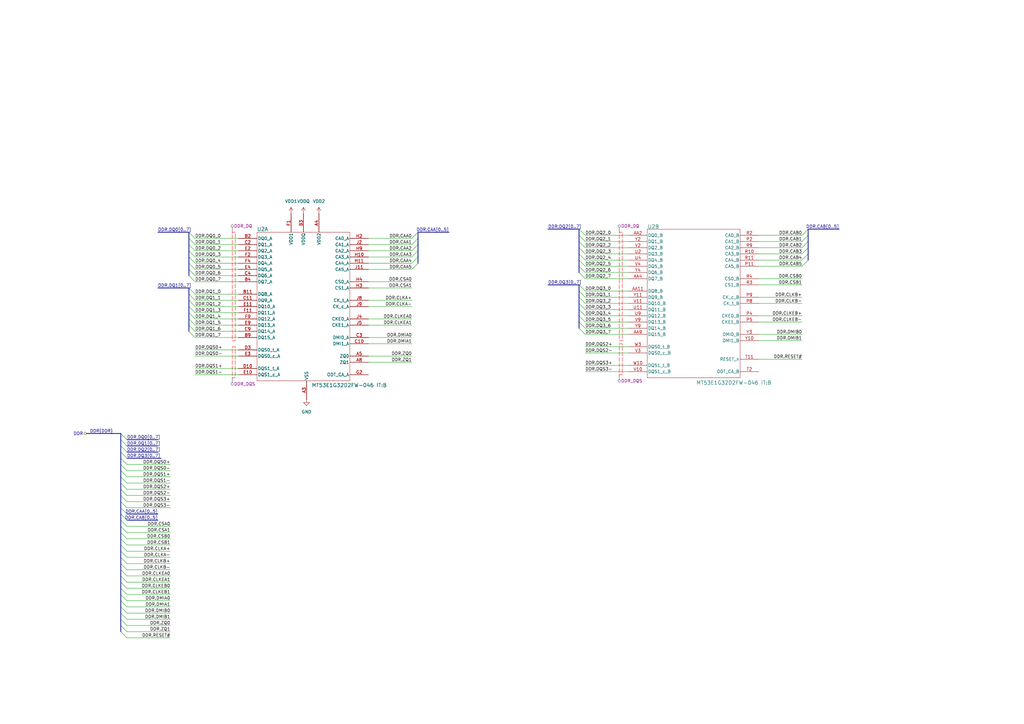
<source format=kicad_sch>
(kicad_sch (version 20250114) (generator "eeschema") (generator_version "9.0")
  (paper "A3")
  (lib_symbols
    (symbol "MT53E1G32D2FW-046-IT-B:MT53E1G32D2FW-046_IT_B" (pin_names (offset 0.254))
      (property "Reference" "U" (at 8.636 9.144 0))
      (property "Value" "MT53E1G32D2FW-046 IT:B" (at 50.038 -55.626 0))
      (symbol "MT53E1G32D2FW-046_IT_B_1_1"
        (polyline (pts (xy 7.62 7.62) (xy 7.62 -53.34)) (stroke (width 0.127)))
        (polyline (pts (xy 7.62 -53.34) (xy 45.72 -53.34)) (stroke (width 0.127)))
        (polyline (pts (xy 45.72 7.62) (xy 7.62 7.62)) (stroke (width 0.127)))
        (polyline (pts (xy 45.72 -53.34) (xy 45.72 7.62)) (stroke (width 0.127)))
        (pin bidirectional line (at 0 5.08 0) (length 7.62) (name "DQ0_A") (number "B2"))
        (pin bidirectional line (at 0 2.54 0) (length 7.62) (name "DQ1_A") (number "C2"))
        (pin bidirectional line (at 0 0 0) (length 7.62) (name "DQ2_A") (number "E2"))
        (pin bidirectional line (at 0 -2.54 0) (length 7.62) (name "DQ3_A") (number "F2"))
        (pin bidirectional line (at 0 -5.08 0) (length 7.62) (name "DQ4_A") (number "F4"))
        (pin bidirectional line (at 0 -7.62 0) (length 7.62) (name "DQ5_A") (number "E4"))
        (pin bidirectional line (at 0 -10.16 0) (length 7.62) (name "DQ6_A") (number "C4"))
        (pin bidirectional line (at 0 -12.7 0) (length 7.62) (name "DQ7_A") (number "B4"))
        (pin bidirectional line (at 0 -17.78 0) (length 7.62) (name "DQ8_A") (number "B11"))
        (pin bidirectional line (at 0 -20.32 0) (length 7.62) (name "DQ9_A") (number "C11"))
        (pin bidirectional line (at 0 -22.86 0) (length 7.62) (name "DQ10_A") (number "E11"))
        (pin bidirectional line (at 0 -25.4 0) (length 7.62) (name "DQ11_A") (number "F11"))
        (pin bidirectional line (at 0 -27.94 0) (length 7.62) (name "DQ12_A") (number "F9"))
        (pin bidirectional line (at 0 -30.48 0) (length 7.62) (name "DQ13_A") (number "E9"))
        (pin bidirectional line (at 0 -33.02 0) (length 7.62) (name "DQ14_A") (number "C9"))
        (pin bidirectional line (at 0 -35.56 0) (length 7.62) (name "DQ15_A") (number "B9"))
        (pin bidirectional line (at 0 -40.64 0) (length 7.62) (name "DQS0_t_A") (number "D3"))
        (pin bidirectional line (at 0 -43.18 0) (length 7.62) (name "DQS0_c_A") (number "E3"))
        (pin bidirectional line (at 0 -48.26 0) (length 7.62) (name "DQS1_t_A") (number "D10"))
        (pin bidirectional line (at 0 -50.8 0) (length 7.62) (name "DQS1_c_A") (number "E10"))
        (pin power_in line (at 21.59 15.24 270) (length 7.62) (name "VDD1") (number "F1"))
        (pin power_in line (at 21.59 15.24 270) (length 7.62) (hide yes) (name "VDD1") (number "F12"))
        (pin power_in line (at 21.59 15.24 270) (length 7.62) (hide yes) (name "VDD1") (number "G4"))
        (pin power_in line (at 21.59 15.24 270) (length 7.62) (hide yes) (name "VDD1") (number "G9"))
        (pin power_in line (at 21.59 15.24 270) (length 7.62) (hide yes) (name "VDD1") (number "T4"))
        (pin power_in line (at 21.59 15.24 270) (length 7.62) (hide yes) (name "VDD1") (number "T9"))
        (pin power_in line (at 21.59 15.24 270) (length 7.62) (hide yes) (name "VDD1") (number "U1"))
        (pin power_in line (at 21.59 15.24 270) (length 7.62) (hide yes) (name "VDD1") (number "U12"))
        (pin power_in line (at 26.67 15.24 270) (length 7.62) (hide yes) (name "VDDQ") (number "AA10"))
        (pin power_in line (at 26.67 15.24 270) (length 7.62) (hide yes) (name "VDDQ") (number "AA3"))
        (pin power_in line (at 26.67 15.24 270) (length 7.62) (hide yes) (name "VDDQ") (number "AA5"))
        (pin power_in line (at 26.67 15.24 270) (length 7.62) (hide yes) (name "VDDQ") (number "AA8"))
        (pin power_in line (at 26.67 15.24 270) (length 7.62) (hide yes) (name "VDDQ") (number "B10"))
        (pin power_in line (at 26.67 15.24 270) (length 7.62) (name "VDDQ") (number "B3"))
        (pin power_in line (at 26.67 15.24 270) (length 7.62) (hide yes) (name "VDDQ") (number "B5"))
        (pin power_in line (at 26.67 15.24 270) (length 7.62) (hide yes) (name "VDDQ") (number "B8"))
        (pin power_in line (at 26.67 15.24 270) (length 7.62) (hide yes) (name "VDDQ") (number "D1"))
        (pin power_in line (at 26.67 15.24 270) (length 7.62) (hide yes) (name "VDDQ") (number "D12"))
        (pin power_in line (at 26.67 15.24 270) (length 7.62) (hide yes) (name "VDDQ") (number "D5"))
        (pin power_in line (at 26.67 15.24 270) (length 7.62) (hide yes) (name "VDDQ") (number "D8"))
        (pin power_in line (at 26.67 15.24 270) (length 7.62) (hide yes) (name "VDDQ") (number "F10"))
        (pin power_in line (at 26.67 15.24 270) (length 7.62) (hide yes) (name "VDDQ") (number "F3"))
        (pin power_in line (at 26.67 15.24 270) (length 7.62) (hide yes) (name "VDDQ") (number "U10"))
        (pin power_in line (at 26.67 15.24 270) (length 7.62) (hide yes) (name "VDDQ") (number "U3"))
        (pin power_in line (at 26.67 15.24 270) (length 7.62) (hide yes) (name "VDDQ") (number "W1"))
        (pin power_in line (at 26.67 15.24 270) (length 7.62) (hide yes) (name "VDDQ") (number "W12"))
        (pin power_in line (at 26.67 15.24 270) (length 7.62) (hide yes) (name "VDDQ") (number "W5"))
        (pin power_in line (at 26.67 15.24 270) (length 7.62) (hide yes) (name "VDDQ") (number "W8"))
        (pin power_out line (at 27.94 -60.96 90) (length 7.62) (hide yes) (name "VSS") (number "A10"))
        (pin power_out line (at 27.94 -60.96 90) (length 7.62) (name "VSS") (number "A3"))
        (pin power_out line (at 27.94 -60.96 90) (length 7.62) (hide yes) (name "VSS") (number "AB10"))
        (pin power_out line (at 27.94 -60.96 90) (length 7.62) (hide yes) (name "VSS") (number "AB3"))
        (pin power_out line (at 27.94 -60.96 90) (length 7.62) (hide yes) (name "VSS") (number "AB5"))
        (pin power_out line (at 27.94 -60.96 90) (length 7.62) (hide yes) (name "VSS") (number "AB8"))
        (pin power_out line (at 27.94 -60.96 90) (length 7.62) (hide yes) (name "VSS") (number "C1"))
        (pin power_out line (at 27.94 -60.96 90) (length 7.62) (hide yes) (name "VSS") (number "C12"))
        (pin power_out line (at 27.94 -60.96 90) (length 7.62) (hide yes) (name "VSS") (number "C5"))
        (pin power_out line (at 27.94 -60.96 90) (length 7.62) (hide yes) (name "VSS") (number "C8"))
        (pin power_out line (at 27.94 -60.96 90) (length 7.62) (hide yes) (name "VSS") (number "D11"))
        (pin power_out line (at 27.94 -60.96 90) (length 7.62) (hide yes) (name "VSS") (number "D2"))
        (pin power_out line (at 27.94 -60.96 90) (length 7.62) (hide yes) (name "VSS") (number "D4"))
        (pin power_out line (at 27.94 -60.96 90) (length 7.62) (hide yes) (name "VSS") (number "D9"))
        (pin power_out line (at 27.94 -60.96 90) (length 7.62) (hide yes) (name "VSS") (number "E1"))
        (pin power_out line (at 27.94 -60.96 90) (length 7.62) (hide yes) (name "VSS") (number "E12"))
        (pin power_out line (at 27.94 -60.96 90) (length 7.62) (hide yes) (name "VSS") (number "E5"))
        (pin power_out line (at 27.94 -60.96 90) (length 7.62) (hide yes) (name "VSS") (number "E8"))
        (pin power_out line (at 27.94 -60.96 90) (length 7.62) (hide yes) (name "VSS") (number "G1"))
        (pin power_out line (at 27.94 -60.96 90) (length 7.62) (hide yes) (name "VSS") (number "G10"))
        (pin power_out line (at 27.94 -60.96 90) (length 7.62) (hide yes) (name "VSS") (number "G12"))
        (pin power_out line (at 27.94 -60.96 90) (length 7.62) (hide yes) (name "VSS") (number "G3"))
        (pin power_out line (at 27.94 -60.96 90) (length 7.62) (hide yes) (name "VSS") (number "G5"))
        (pin power_out line (at 27.94 -60.96 90) (length 7.62) (hide yes) (name "VSS") (number "G8"))
        (pin power_out line (at 27.94 -60.96 90) (length 7.62) (hide yes) (name "VSS") (number "J1"))
        (pin power_out line (at 27.94 -60.96 90) (length 7.62) (hide yes) (name "VSS") (number "J10"))
        (pin power_out line (at 27.94 -60.96 90) (length 7.62) (hide yes) (name "VSS") (number "J12"))
        (pin power_out line (at 27.94 -60.96 90) (length 7.62) (hide yes) (name "VSS") (number "J3"))
        (pin power_out line (at 27.94 -60.96 90) (length 7.62) (hide yes) (name "VSS") (number "K11"))
        (pin power_out line (at 27.94 -60.96 90) (length 7.62) (hide yes) (name "VSS") (number "K2"))
        (pin power_out line (at 27.94 -60.96 90) (length 7.62) (hide yes) (name "VSS") (number "K4"))
        (pin power_out line (at 27.94 -60.96 90) (length 7.62) (hide yes) (name "VSS") (number "K9"))
        (pin power_out line (at 27.94 -60.96 90) (length 7.62) (hide yes) (name "VSS") (number "N11"))
        (pin power_out line (at 27.94 -60.96 90) (length 7.62) (hide yes) (name "VSS") (number "N2"))
        (pin power_out line (at 27.94 -60.96 90) (length 7.62) (hide yes) (name "VSS") (number "N4"))
        (pin power_out line (at 27.94 -60.96 90) (length 7.62) (hide yes) (name "VSS") (number "N9"))
        (pin power_out line (at 27.94 -60.96 90) (length 7.62) (hide yes) (name "VSS") (number "P1"))
        (pin power_out line (at 27.94 -60.96 90) (length 7.62) (hide yes) (name "VSS") (number "P10"))
        (pin power_out line (at 27.94 -60.96 90) (length 7.62) (hide yes) (name "VSS") (number "P12"))
        (pin power_out line (at 27.94 -60.96 90) (length 7.62) (hide yes) (name "VSS") (number "P3"))
        (pin power_out line (at 27.94 -60.96 90) (length 7.62) (hide yes) (name "VSS") (number "T1"))
        (pin power_out line (at 27.94 -60.96 90) (length 7.62) (hide yes) (name "VSS") (number "T10"))
        (pin power_out line (at 27.94 -60.96 90) (length 7.62) (hide yes) (name "VSS") (number "T12"))
        (pin power_out line (at 27.94 -60.96 90) (length 7.62) (hide yes) (name "VSS") (number "T3"))
        (pin power_out line (at 27.94 -60.96 90) (length 7.62) (hide yes) (name "VSS") (number "T5"))
        (pin power_out line (at 27.94 -60.96 90) (length 7.62) (hide yes) (name "VSS") (number "T8"))
        (pin power_out line (at 27.94 -60.96 90) (length 7.62) (hide yes) (name "VSS") (number "V1"))
        (pin power_out line (at 27.94 -60.96 90) (length 7.62) (hide yes) (name "VSS") (number "V12"))
        (pin power_out line (at 27.94 -60.96 90) (length 7.62) (hide yes) (name "VSS") (number "V5"))
        (pin power_out line (at 27.94 -60.96 90) (length 7.62) (hide yes) (name "VSS") (number "V8"))
        (pin power_out line (at 27.94 -60.96 90) (length 7.62) (hide yes) (name "VSS") (number "W11"))
        (pin power_out line (at 27.94 -60.96 90) (length 7.62) (hide yes) (name "VSS") (number "W2"))
        (pin power_out line (at 27.94 -60.96 90) (length 7.62) (hide yes) (name "VSS") (number "W4"))
        (pin power_out line (at 27.94 -60.96 90) (length 7.62) (hide yes) (name "VSS") (number "W9"))
        (pin power_out line (at 27.94 -60.96 90) (length 7.62) (hide yes) (name "VSS") (number "Y1"))
        (pin power_out line (at 27.94 -60.96 90) (length 7.62) (hide yes) (name "VSS") (number "Y12"))
        (pin power_out line (at 27.94 -60.96 90) (length 7.62) (hide yes) (name "VSS") (number "Y5"))
        (pin power_out line (at 27.94 -60.96 90) (length 7.62) (hide yes) (name "VSS") (number "Y8"))
        (pin no_connect line (at 30.48 -60.96 90) (length 7.62) (hide yes) (name "NC") (number "G11"))
        (pin no_connect line (at 30.48 -60.96 90) (length 7.62) (hide yes) (name "NC") (number "K5"))
        (pin no_connect line (at 30.48 -60.96 90) (length 7.62) (hide yes) (name "NC") (number "K8"))
        (pin no_connect line (at 30.48 -60.96 90) (length 7.62) (hide yes) (name "NC") (number "N5"))
        (pin no_connect line (at 30.48 -60.96 90) (length 7.62) (hide yes) (name "NC") (number "N8"))
        (pin power_in line (at 33.02 15.24 270) (length 7.62) (name "VDD2") (number "A4"))
        (pin power_in line (at 33.02 15.24 270) (length 7.62) (hide yes) (name "VDD2") (number "A9"))
        (pin power_in line (at 33.02 15.24 270) (length 7.62) (hide yes) (name "VDD2") (number "AB4"))
        (pin power_in line (at 33.02 15.24 270) (length 7.62) (hide yes) (name "VDD2") (number "AB9"))
        (pin power_in line (at 33.02 15.24 270) (length 7.62) (hide yes) (name "VDD2") (number "F5"))
        (pin power_in line (at 33.02 15.24 270) (length 7.62) (hide yes) (name "VDD2") (number "F8"))
        (pin power_in line (at 33.02 15.24 270) (length 7.62) (hide yes) (name "VDD2") (number "H1"))
        (pin power_in line (at 33.02 15.24 270) (length 7.62) (hide yes) (name "VDD2") (number "H12"))
        (pin power_in line (at 33.02 15.24 270) (length 7.62) (hide yes) (name "VDD2") (number "H5"))
        (pin power_in line (at 33.02 15.24 270) (length 7.62) (hide yes) (name "VDD2") (number "H8"))
        (pin power_in line (at 33.02 15.24 270) (length 7.62) (hide yes) (name "VDD2") (number "K1"))
        (pin power_in line (at 33.02 15.24 270) (length 7.62) (hide yes) (name "VDD2") (number "K10"))
        (pin power_in line (at 33.02 15.24 270) (length 7.62) (hide yes) (name "VDD2") (number "K12"))
        (pin power_in line (at 33.02 15.24 270) (length 7.62) (hide yes) (name "VDD2") (number "K3"))
        (pin power_in line (at 33.02 15.24 270) (length 7.62) (hide yes) (name "VDD2") (number "N1"))
        (pin power_in line (at 33.02 15.24 270) (length 7.62) (hide yes) (name "VDD2") (number "N10"))
        (pin power_in line (at 33.02 15.24 270) (length 7.62) (hide yes) (name "VDD2") (number "N12"))
        (pin power_in line (at 33.02 15.24 270) (length 7.62) (hide yes) (name "VDD2") (number "N3"))
        (pin power_in line (at 33.02 15.24 270) (length 7.62) (hide yes) (name "VDD2") (number "R1"))
        (pin power_in line (at 33.02 15.24 270) (length 7.62) (hide yes) (name "VDD2") (number "R12"))
        (pin power_in line (at 33.02 15.24 270) (length 7.62) (hide yes) (name "VDD2") (number "R5"))
        (pin power_in line (at 33.02 15.24 270) (length 7.62) (hide yes) (name "VDD2") (number "R8"))
        (pin power_in line (at 33.02 15.24 270) (length 7.62) (hide yes) (name "VDD2") (number "U5"))
        (pin power_in line (at 33.02 15.24 270) (length 7.62) (hide yes) (name "VDD2") (number "U8"))
        (pin no_connect line (at 33.02 -60.96 90) (length 7.62) (hide yes) (name "DNU") (number "A1"))
        (pin no_connect line (at 33.02 -60.96 90) (length 7.62) (hide yes) (name "DNU") (number "A11"))
        (pin no_connect line (at 33.02 -60.96 90) (length 7.62) (hide yes) (name "DNU") (number "A12"))
        (pin no_connect line (at 33.02 -60.96 90) (length 7.62) (hide yes) (name "DNU") (number "A2"))
        (pin no_connect line (at 33.02 -60.96 90) (length 7.62) (hide yes) (name "DNU") (number "AA1"))
        (pin no_connect line (at 33.02 -60.96 90) (length 7.62) (hide yes) (name "DNU") (number "AA12"))
        (pin no_connect line (at 33.02 -60.96 90) (length 7.62) (hide yes) (name "DNU") (number "AB1"))
        (pin no_connect line (at 33.02 -60.96 90) (length 7.62) (hide yes) (name "DNU") (number "AB11"))
        (pin no_connect line (at 33.02 -60.96 90) (length 7.62) (hide yes) (name "DNU") (number "AB12"))
        (pin no_connect line (at 33.02 -60.96 90) (length 7.62) (hide yes) (name "DNU") (number "AB2"))
        (pin no_connect line (at 33.02 -60.96 90) (length 7.62) (hide yes) (name "DNU") (number "B1"))
        (pin no_connect line (at 33.02 -60.96 90) (length 7.62) (hide yes) (name "DNU") (number "B12"))
        (pin input line (at 53.34 5.08 180) (length 7.62) (name "CA0_A") (number "H2"))
        (pin input line (at 53.34 2.54 180) (length 7.62) (name "CA1_A") (number "J2"))
        (pin input line (at 53.34 0 180) (length 7.62) (name "CA2_A") (number "H9"))
        (pin input line (at 53.34 -2.54 180) (length 7.62) (name "CA3_A") (number "H10"))
        (pin input line (at 53.34 -5.08 180) (length 7.62) (name "CA4_A") (number "H11"))
        (pin input line (at 53.34 -7.62 180) (length 7.62) (name "CA5_A") (number "J11"))
        (pin input line (at 53.34 -12.7 180) (length 7.62) (name "CS0_A") (number "H4"))
        (pin input line (at 53.34 -15.24 180) (length 7.62) (name "CS1_A") (number "H3"))
        (pin input line (at 53.34 -20.32 180) (length 7.62) (name "CK_t_A") (number "J8"))
        (pin input line (at 53.34 -22.86 180) (length 7.62) (name "CK_c_A") (number "J9"))
        (pin input line (at 53.34 -27.94 180) (length 7.62) (name "CKE0_A") (number "J4"))
        (pin input line (at 53.34 -30.48 180) (length 7.62) (name "CKE1_A") (number "J5"))
        (pin bidirectional line (at 53.34 -35.56 180) (length 7.62) (name "DMI0_A") (number "C3"))
        (pin bidirectional line (at 53.34 -38.1 180) (length 7.62) (name "DMI1_A") (number "C10"))
        (pin bidirectional line (at 53.34 -43.18 180) (length 7.62) (name "ZQ0") (number "A5"))
        (pin power_in line (at 53.34 -45.72 180) (length 7.62) (name "ZQ1") (number "A8"))
        (pin input line (at 53.34 -50.8 180) (length 7.62) (name "ODT_CA_A") (number "G2"))
      )
      (symbol "MT53E1G32D2FW-046_IT_B_2_1"
        (polyline (pts (xy 7.62 7.62) (xy 7.62 -53.34)) (stroke (width 0.127)))
        (polyline (pts (xy 7.62 -53.34) (xy 45.72 -53.34)) (stroke (width 0.127)))
        (polyline (pts (xy 45.72 7.62) (xy 7.62 7.62)) (stroke (width 0.127)))
        (polyline (pts (xy 45.72 -53.34) (xy 45.72 7.62)) (stroke (width 0.127)))
        (pin bidirectional line (at 0 5.08 0) (length 7.62) (name "DQ0_B") (number "AA2"))
        (pin bidirectional line (at 0 2.54 0) (length 7.62) (name "DQ1_B") (number "Y2"))
        (pin bidirectional line (at 0 0 0) (length 7.62) (name "DQ2_B") (number "V2"))
        (pin bidirectional line (at 0 -2.54 0) (length 7.62) (name "DQ3_B") (number "U2"))
        (pin bidirectional line (at 0 -5.08 0) (length 7.62) (name "DQ4_B") (number "U4"))
        (pin bidirectional line (at 0 -7.62 0) (length 7.62) (name "DQ5_B") (number "V4"))
        (pin bidirectional line (at 0 -10.16 0) (length 7.62) (name "DQ6_B") (number "Y4"))
        (pin bidirectional line (at 0 -12.7 0) (length 7.62) (name "DQ7_B") (number "AA4"))
        (pin bidirectional line (at 0 -17.78 0) (length 7.62) (name "DQ8_B") (number "AA11"))
        (pin bidirectional line (at 0 -20.32 0) (length 7.62) (name "DQ9_B") (number "Y11"))
        (pin bidirectional line (at 0 -22.86 0) (length 7.62) (name "DQ10_B") (number "V11"))
        (pin bidirectional line (at 0 -25.4 0) (length 7.62) (name "DQ11_B") (number "U11"))
        (pin bidirectional line (at 0 -27.94 0) (length 7.62) (name "DQ12_B") (number "U9"))
        (pin bidirectional line (at 0 -30.48 0) (length 7.62) (name "DQ13_B") (number "V9"))
        (pin bidirectional line (at 0 -33.02 0) (length 7.62) (name "DQ14_B") (number "Y9"))
        (pin bidirectional line (at 0 -35.56 0) (length 7.62) (name "DQ15_B") (number "AA9"))
        (pin bidirectional line (at 0 -40.64 0) (length 7.62) (name "DQS0_t_B") (number "W3"))
        (pin bidirectional line (at 0 -43.18 0) (length 7.62) (name "DQS0_c_B") (number "V3"))
        (pin bidirectional line (at 0 -48.26 0) (length 7.62) (name "DQS1_t_B") (number "W10"))
        (pin bidirectional line (at 0 -50.8 0) (length 7.62) (name "DQS1_c_B") (number "V10"))
        (pin input line (at 53.34 5.08 180) (length 7.62) (name "CA0_B") (number "R2"))
        (pin input line (at 53.34 2.54 180) (length 7.62) (name "CA1_B") (number "P2"))
        (pin input line (at 53.34 0 180) (length 7.62) (name "CA2_B") (number "R9"))
        (pin input line (at 53.34 -2.54 180) (length 7.62) (name "CA3_B") (number "R10"))
        (pin input line (at 53.34 -5.08 180) (length 7.62) (name "CA4_B") (number "R11"))
        (pin input line (at 53.34 -7.62 180) (length 7.62) (name "CA5_B") (number "P11"))
        (pin input line (at 53.34 -12.7 180) (length 7.62) (name "CS0_B") (number "R4"))
        (pin input line (at 53.34 -15.24 180) (length 7.62) (name "CS1_B") (number "R3"))
        (pin input line (at 53.34 -20.32 180) (length 7.62) (name "CK_c_B") (number "P9"))
        (pin input line (at 53.34 -22.86 180) (length 7.62) (name "CK_t_B") (number "P8"))
        (pin input line (at 53.34 -27.94 180) (length 7.62) (name "CKE0_B") (number "P4"))
        (pin input line (at 53.34 -30.48 180) (length 7.62) (name "CKE1_B") (number "P5"))
        (pin bidirectional line (at 53.34 -35.56 180) (length 7.62) (name "DMI0_B") (number "Y3"))
        (pin bidirectional line (at 53.34 -38.1 180) (length 7.62) (name "DMI1_B") (number "Y10"))
        (pin input line (at 53.34 -45.72 180) (length 7.62) (name "RESET_n") (number "T11"))
        (pin input line (at 53.34 -50.8 180) (length 7.62) (name "ODT_CA_B") (number "T2"))
      )
    )
    (symbol "power:+1V0" (power) (pin_numbers (hide yes)) (pin_names (offset 0) (hide yes))
      (property "Value" "+1V0" (at 0 3.556 0))
      (symbol "+1V0_0_1"
        (polyline (pts (xy -0.762 1.27) (xy 0 2.54)))
        (polyline (pts (xy 0 2.54) (xy 0.762 1.27)))
        (polyline (pts (xy 0 0) (xy 0 2.54)))
      )
      (symbol "+1V0_1_1"
        (pin power_in line (at 0 0 90) (length 0) (name "~") (number "1"))
      )
    )
    (symbol "power:GND" (power) (pin_numbers (hide yes)) (pin_names (offset 0) (hide yes))
      (property "Value" "GND" (at 0 -3.81 0))
      (symbol "GND_0_1"
        (polyline (pts (xy 0 0) (xy 0 -1.27) (xy 1.27 -1.27) (xy 0 -2.54) (xy -1.27 -1.27) (xy 0 -1.27)))
      )
      (symbol "GND_1_1"
        (pin power_in line (at 0 0 270) (length 0) (name "~") (number "1"))
      )
    )
  )
  (bus_entry (at 237.49 106.68) (size 2.54 2.54))
  (bus_entry (at 168.91 100.33) (size 2.54 -2.54))
  (bus_entry (at 77.47 100.33) (size 2.54 2.54))
  (bus_entry (at 328.93 106.68) (size 2.54 -2.54))
  (bus_entry (at 237.49 127) (size 2.54 2.54))
  (bus_entry (at 77.47 125.73) (size 2.54 2.54))
  (bus_entry (at 49.53 215.9) (size 2.54 2.54))
  (bus_entry (at 237.49 132.08) (size 2.54 2.54))
  (bus_entry (at 49.53 208.28) (size 2.54 2.54))
  (bus_entry (at 328.93 96.52) (size 2.54 -2.54))
  (bus_entry (at 168.91 110.49) (size 2.54 -2.54))
  (bus_entry (at 77.47 102.87) (size 2.54 2.54))
  (bus_entry (at 49.53 220.98) (size 2.54 2.54))
  (bus_entry (at 49.53 233.68) (size 2.54 2.54))
  (bus_entry (at 49.53 190.5) (size 2.54 2.54))
  (bus_entry (at 237.49 111.76) (size 2.54 2.54))
  (bus_entry (at 237.49 116.84) (size 2.54 2.54))
  (bus_entry (at 237.49 119.38) (size 2.54 2.54))
  (bus_entry (at 49.53 238.76) (size 2.54 2.54))
  (bus_entry (at 49.53 187.96) (size 2.54 2.54))
  (bus_entry (at 49.53 254) (size 2.54 2.54))
  (bus_entry (at 328.93 104.14) (size 2.54 -2.54))
  (bus_entry (at 328.93 109.22) (size 2.54 -2.54))
  (bus_entry (at 77.47 113.03) (size 2.54 2.54))
  (bus_entry (at 237.49 134.62) (size 2.54 2.54))
  (bus_entry (at 77.47 118.11) (size 2.54 2.54))
  (bus_entry (at 49.53 185.42) (size 2.54 2.54))
  (bus_entry (at 49.53 180.34) (size 2.54 2.54))
  (bus_entry (at 237.49 99.06) (size 2.54 2.54))
  (bus_entry (at 77.47 123.19) (size 2.54 2.54))
  (bus_entry (at 49.53 198.12) (size 2.54 2.54))
  (bus_entry (at 77.47 135.89) (size 2.54 2.54))
  (bus_entry (at 49.53 228.6) (size 2.54 2.54))
  (bus_entry (at 49.53 195.58) (size 2.54 2.54))
  (bus_entry (at 49.53 210.82) (size 2.54 2.54))
  (bus_entry (at 49.53 251.46) (size 2.54 2.54))
  (bus_entry (at 168.91 97.79) (size 2.54 -2.54))
  (bus_entry (at 168.91 102.87) (size 2.54 -2.54))
  (bus_entry (at 49.53 182.88) (size 2.54 2.54))
  (bus_entry (at 49.53 256.54) (size 2.54 2.54))
  (bus_entry (at 77.47 128.27) (size 2.54 2.54))
  (bus_entry (at 49.53 259.08) (size 2.54 2.54))
  (bus_entry (at 49.53 218.44) (size 2.54 2.54))
  (bus_entry (at 237.49 121.92) (size 2.54 2.54))
  (bus_entry (at 49.53 205.74) (size 2.54 2.54))
  (bus_entry (at 49.53 248.92) (size 2.54 2.54))
  (bus_entry (at 77.47 133.35) (size 2.54 2.54))
  (bus_entry (at 49.53 246.38) (size 2.54 2.54))
  (bus_entry (at 168.91 107.95) (size 2.54 -2.54))
  (bus_entry (at 328.93 101.6) (size 2.54 -2.54))
  (bus_entry (at 49.53 236.22) (size 2.54 2.54))
  (bus_entry (at 237.49 101.6) (size 2.54 2.54))
  (bus_entry (at 237.49 104.14) (size 2.54 2.54))
  (bus_entry (at 49.53 243.84) (size 2.54 2.54))
  (bus_entry (at 328.93 99.06) (size 2.54 -2.54))
  (bus_entry (at 49.53 193.04) (size 2.54 2.54))
  (bus_entry (at 237.49 109.22) (size 2.54 2.54))
  (bus_entry (at 49.53 226.06) (size 2.54 2.54))
  (bus_entry (at 237.49 96.52) (size 2.54 2.54))
  (bus_entry (at 77.47 110.49) (size 2.54 2.54))
  (bus_entry (at 49.53 200.66) (size 2.54 2.54))
  (bus_entry (at 77.47 95.25) (size 2.54 2.54))
  (bus_entry (at 49.53 213.36) (size 2.54 2.54))
  (bus_entry (at 49.53 241.3) (size 2.54 2.54))
  (bus_entry (at 49.53 203.2) (size 2.54 2.54))
  (bus_entry (at 77.47 97.79) (size 2.54 2.54))
  (bus_entry (at 77.47 105.41) (size 2.54 2.54))
  (bus_entry (at 49.53 231.14) (size 2.54 2.54))
  (bus_entry (at 49.53 177.8) (size 2.54 2.54))
  (bus_entry (at 77.47 107.95) (size 2.54 2.54))
  (bus_entry (at 237.49 93.98) (size 2.54 2.54))
  (bus_entry (at 77.47 130.81) (size 2.54 2.54))
  (bus_entry (at 168.91 105.41) (size 2.54 -2.54))
  (bus_entry (at 237.49 129.54) (size 2.54 2.54))
  (bus_entry (at 237.49 124.46) (size 2.54 2.54))
  (bus_entry (at 49.53 223.52) (size 2.54 2.54))
  (bus_entry (at 77.47 120.65) (size 2.54 2.54))
  (bus (pts (xy 49.53 254) (xy 49.53 256.54)))
  (bus (pts (xy 237.49 101.6) (xy 237.49 99.06)))
  (bus (pts (xy 237.49 127) (xy 237.49 124.46)))
  (bus (pts (xy 49.53 177.8) (xy 49.53 180.34)))
  (bus (pts (xy 171.45 100.33) (xy 171.45 97.79)))
  (wire (pts (xy 151.13 130.81) (xy 168.91 130.81)))
  (wire (pts (xy 311.15 137.16) (xy 328.93 137.16)))
  (wire (pts (xy 52.07 241.3) (xy 69.85 241.3)))
  (wire (pts (xy 80.01 153.67) (xy 97.79 153.67)))
  (wire (pts (xy 52.07 243.84) (xy 69.85 243.84)))
  (bus (pts (xy 49.53 193.04) (xy 49.53 195.58)))
  (wire (pts (xy 240.03 99.06) (xy 257.81 99.06)))
  (bus (pts (xy 171.45 105.41) (xy 171.45 102.87)))
  (wire (pts (xy 151.13 100.33) (xy 168.91 100.33)))
  (bus (pts (xy 49.53 220.98) (xy 49.53 223.52)))
  (wire (pts (xy 69.85 195.58) (xy 52.07 195.58)))
  (wire (pts (xy 151.13 146.05) (xy 168.91 146.05)))
  (bus (pts (xy 49.53 218.44) (xy 49.53 220.98)))
  (wire (pts (xy 80.01 143.51) (xy 97.79 143.51)))
  (bus (pts (xy 344.17 93.98) (xy 331.47 93.98)))
  (wire (pts (xy 240.03 137.16) (xy 257.81 137.16)))
  (wire (pts (xy 52.07 261.62) (xy 69.85 261.62)))
  (wire (pts (xy 52.07 259.08) (xy 69.85 259.08)))
  (wire (pts (xy 240.03 132.08) (xy 257.81 132.08)))
  (wire (pts (xy 52.07 231.14) (xy 69.85 231.14)))
  (bus (pts (xy 49.53 185.42) (xy 49.53 187.96)))
  (bus (pts (xy 49.53 223.52) (xy 49.53 226.06)))
  (wire (pts (xy 80.01 151.13) (xy 97.79 151.13)))
  (bus (pts (xy 49.53 231.14) (xy 49.53 233.68)))
  (wire (pts (xy 240.03 124.46) (xy 257.81 124.46)))
  (bus (pts (xy 52.07 182.88) (xy 64.77 182.88)))
  (wire (pts (xy 151.13 110.49) (xy 168.91 110.49)))
  (bus (pts (xy 171.45 107.95) (xy 171.45 105.41)))
  (bus (pts (xy 64.77 210.82) (xy 52.07 210.82)))
  (wire (pts (xy 80.01 110.49) (xy 97.79 110.49)))
  (wire (pts (xy 311.15 101.6) (xy 328.93 101.6)))
  (bus (pts (xy 77.47 97.79) (xy 77.47 95.25)))
  (bus (pts (xy 77.47 102.87) (xy 77.47 100.33)))
  (wire (pts (xy 69.85 203.2) (xy 52.07 203.2)))
  (wire (pts (xy 52.07 238.76) (xy 69.85 238.76)))
  (bus (pts (xy 237.49 104.14) (xy 237.49 101.6)))
  (wire (pts (xy 69.85 193.04) (xy 52.07 193.04)))
  (bus (pts (xy 49.53 180.34) (xy 49.53 182.88)))
  (wire (pts (xy 151.13 138.43) (xy 168.91 138.43)))
  (wire (pts (xy 240.03 142.24) (xy 257.81 142.24)))
  (wire (pts (xy 80.01 123.19) (xy 97.79 123.19)))
  (bus (pts (xy 331.47 104.14) (xy 331.47 101.6)))
  (wire (pts (xy 240.03 149.86) (xy 257.81 149.86)))
  (wire (pts (xy 151.13 125.73) (xy 168.91 125.73)))
  (wire (pts (xy 240.03 144.78) (xy 257.81 144.78)))
  (wire (pts (xy 69.85 190.5) (xy 52.07 190.5)))
  (wire (pts (xy 240.03 111.76) (xy 257.81 111.76)))
  (wire (pts (xy 311.15 114.3) (xy 328.93 114.3)))
  (wire (pts (xy 52.07 254) (xy 69.85 254)))
  (bus (pts (xy 49.53 187.96) (xy 49.53 190.5)))
  (wire (pts (xy 52.07 215.9) (xy 69.85 215.9)))
  (wire (pts (xy 52.07 248.92) (xy 69.85 248.92)))
  (wire (pts (xy 311.15 96.52) (xy 328.93 96.52)))
  (wire (pts (xy 311.15 99.06) (xy 328.93 99.06)))
  (wire (pts (xy 80.01 100.33) (xy 97.79 100.33)))
  (wire (pts (xy 80.01 113.03) (xy 97.79 113.03)))
  (bus (pts (xy 35.56 177.8) (xy 49.53 177.8)))
  (bus (pts (xy 64.77 95.25) (xy 77.47 95.25)))
  (wire (pts (xy 311.15 116.84) (xy 328.93 116.84)))
  (bus (pts (xy 64.77 213.36) (xy 52.07 213.36)))
  (wire (pts (xy 151.13 102.87) (xy 168.91 102.87)))
  (bus (pts (xy 52.07 185.42) (xy 64.77 185.42)))
  (bus (pts (xy 49.53 190.5) (xy 49.53 193.04)))
  (bus (pts (xy 49.53 241.3) (xy 49.53 243.84)))
  (bus (pts (xy 77.47 135.89) (xy 77.47 133.35)))
  (wire (pts (xy 311.15 109.22) (xy 328.93 109.22)))
  (bus (pts (xy 52.07 187.96) (xy 66.04 187.96)))
  (bus (pts (xy 49.53 236.22) (xy 49.53 238.76)))
  (wire (pts (xy 80.01 135.89) (xy 97.79 135.89)))
  (wire (pts (xy 311.15 104.14) (xy 328.93 104.14)))
  (wire (pts (xy 240.03 134.62) (xy 257.81 134.62)))
  (wire (pts (xy 80.01 130.81) (xy 97.79 130.81)))
  (wire (pts (xy 240.03 119.38) (xy 257.81 119.38)))
  (bus (pts (xy 77.47 130.81) (xy 77.47 128.27)))
  (wire (pts (xy 311.15 147.32) (xy 328.93 147.32)))
  (bus (pts (xy 49.53 198.12) (xy 49.53 200.66)))
  (bus (pts (xy 331.47 96.52) (xy 331.47 93.98)))
  (wire (pts (xy 69.85 205.74) (xy 52.07 205.74)))
  (wire (pts (xy 69.85 208.28) (xy 52.07 208.28)))
  (wire (pts (xy 80.01 138.43) (xy 97.79 138.43)))
  (bus (pts (xy 237.49 111.76) (xy 237.49 109.22)))
  (wire (pts (xy 52.07 233.68) (xy 69.85 233.68)))
  (wire (pts (xy 80.01 97.79) (xy 97.79 97.79)))
  (bus (pts (xy 49.53 208.28) (xy 49.53 210.82)))
  (bus (pts (xy 77.47 107.95) (xy 77.47 105.41)))
  (bus (pts (xy 171.45 102.87) (xy 171.45 100.33)))
  (bus (pts (xy 49.53 200.66) (xy 49.53 203.2)))
  (wire (pts (xy 240.03 129.54) (xy 257.81 129.54)))
  (wire (pts (xy 80.01 102.87) (xy 97.79 102.87)))
  (bus (pts (xy 237.49 99.06) (xy 237.49 96.52)))
  (bus (pts (xy 52.07 180.34) (xy 64.77 180.34)))
  (wire (pts (xy 240.03 101.6) (xy 257.81 101.6)))
  (wire (pts (xy 80.01 146.05) (xy 97.79 146.05)))
  (wire (pts (xy 80.01 115.57) (xy 97.79 115.57)))
  (bus (pts (xy 49.53 205.74) (xy 49.53 208.28)))
  (wire (pts (xy 311.15 124.46) (xy 328.93 124.46)))
  (wire (pts (xy 240.03 121.92) (xy 257.81 121.92)))
  (wire (pts (xy 80.01 107.95) (xy 97.79 107.95)))
  (wire (pts (xy 311.15 129.54) (xy 328.93 129.54)))
  (bus (pts (xy 49.53 213.36) (xy 49.53 215.9)))
  (wire (pts (xy 151.13 148.59) (xy 168.91 148.59)))
  (bus (pts (xy 49.53 246.38) (xy 49.53 248.92)))
  (wire (pts (xy 52.07 256.54) (xy 69.85 256.54)))
  (wire (pts (xy 151.13 133.35) (xy 168.91 133.35)))
  (bus (pts (xy 224.79 116.84) (xy 237.49 116.84)))
  (wire (pts (xy 240.03 152.4) (xy 257.81 152.4)))
  (bus (pts (xy 49.53 233.68) (xy 49.53 236.22)))
  (wire (pts (xy 151.13 123.19) (xy 168.91 123.19)))
  (wire (pts (xy 240.03 104.14) (xy 257.81 104.14)))
  (bus (pts (xy 331.47 101.6) (xy 331.47 99.06)))
  (bus (pts (xy 224.79 93.98) (xy 237.49 93.98)))
  (wire (pts (xy 80.01 125.73) (xy 97.79 125.73)))
  (bus (pts (xy 49.53 243.84) (xy 49.53 246.38)))
  (bus (pts (xy 77.47 128.27) (xy 77.47 125.73)))
  (bus (pts (xy 49.53 215.9) (xy 49.53 218.44)))
  (wire (pts (xy 151.13 118.11) (xy 168.91 118.11)))
  (wire (pts (xy 52.07 220.98) (xy 69.85 220.98)))
  (bus (pts (xy 49.53 210.82) (xy 49.53 213.36)))
  (wire (pts (xy 311.15 106.68) (xy 328.93 106.68)))
  (wire (pts (xy 240.03 96.52) (xy 257.81 96.52)))
  (wire (pts (xy 240.03 106.68) (xy 257.81 106.68)))
  (bus (pts (xy 77.47 110.49) (xy 77.47 107.95)))
  (bus (pts (xy 184.15 95.25) (xy 171.45 95.25)))
  (bus (pts (xy 49.53 195.58) (xy 49.53 198.12)))
  (wire (pts (xy 69.85 198.12) (xy 52.07 198.12)))
  (wire (pts (xy 52.07 226.06) (xy 69.85 226.06)))
  (bus (pts (xy 237.49 96.52) (xy 237.49 93.98)))
  (bus (pts (xy 237.49 132.08) (xy 237.49 129.54)))
  (wire (pts (xy 80.01 105.41) (xy 97.79 105.41)))
  (wire (pts (xy 151.13 105.41) (xy 168.91 105.41)))
  (bus (pts (xy 49.53 226.06) (xy 49.53 228.6)))
  (bus (pts (xy 237.49 109.22) (xy 237.49 106.68)))
  (wire (pts (xy 151.13 107.95) (xy 168.91 107.95)))
  (bus (pts (xy 49.53 251.46) (xy 49.53 254)))
  (wire (pts (xy 52.07 223.52) (xy 69.85 223.52)))
  (bus (pts (xy 77.47 133.35) (xy 77.47 130.81)))
  (wire (pts (xy 80.01 128.27) (xy 97.79 128.27)))
  (bus (pts (xy 49.53 203.2) (xy 49.53 205.74)))
  (bus (pts (xy 77.47 105.41) (xy 77.47 102.87)))
  (bus (pts (xy 77.47 123.19) (xy 77.47 120.65)))
  (bus (pts (xy 77.47 120.65) (xy 77.47 118.11)))
  (bus (pts (xy 171.45 97.79) (xy 171.45 95.25)))
  (bus (pts (xy 237.49 129.54) (xy 237.49 127)))
  (wire (pts (xy 52.07 236.22) (xy 69.85 236.22)))
  (wire (pts (xy 151.13 140.97) (xy 168.91 140.97)))
  (bus (pts (xy 331.47 106.68) (xy 331.47 104.14)))
  (wire (pts (xy 69.85 200.66) (xy 52.07 200.66)))
  (bus (pts (xy 64.77 118.11) (xy 77.47 118.11)))
  (wire (pts (xy 311.15 121.92) (xy 328.93 121.92)))
  (bus (pts (xy 77.47 113.03) (xy 77.47 110.49)))
  (wire (pts (xy 52.07 246.38) (xy 69.85 246.38)))
  (wire (pts (xy 52.07 228.6) (xy 69.85 228.6)))
  (bus (pts (xy 237.49 121.92) (xy 237.49 119.38)))
  (bus (pts (xy 77.47 125.73) (xy 77.47 123.19)))
  (bus (pts (xy 237.49 106.68) (xy 237.49 104.14)))
  (wire (pts (xy 240.03 127) (xy 257.81 127)))
  (wire (pts (xy 151.13 97.79) (xy 168.91 97.79)))
  (bus (pts (xy 237.49 124.46) (xy 237.49 121.92)))
  (wire (pts (xy 240.03 109.22) (xy 257.81 109.22)))
  (wire (pts (xy 151.13 115.57) (xy 168.91 115.57)))
  (bus (pts (xy 49.53 182.88) (xy 49.53 185.42)))
  (bus (pts (xy 49.53 238.76) (xy 49.53 241.3)))
  (wire (pts (xy 80.01 120.65) (xy 97.79 120.65)))
  (bus (pts (xy 49.53 248.92) (xy 49.53 251.46)))
  (wire (pts (xy 240.03 114.3) (xy 257.81 114.3)))
  (bus (pts (xy 49.53 228.6) (xy 49.53 231.14)))
  (bus (pts (xy 49.53 256.54) (xy 49.53 259.08)))
  (wire (pts (xy 311.15 139.7) (xy 328.93 139.7)))
  (bus (pts (xy 237.49 119.38) (xy 237.49 116.84)))
  (wire (pts (xy 52.07 251.46) (xy 69.85 251.46)))
  (bus (pts (xy 237.49 134.62) (xy 237.49 132.08)))
  (wire (pts (xy 80.01 133.35) (xy 97.79 133.35)))
  (wire (pts (xy 52.07 218.44) (xy 69.85 218.44)))
  (bus (pts (xy 77.47 100.33) (xy 77.47 97.79)))
  (wire (pts (xy 311.15 132.08) (xy 328.93 132.08)))
  (bus (pts (xy 331.47 99.06) (xy 331.47 96.52)))
  (label "DDR.DQ2_1" (at 240.03 99.06 0))
  (label "DDR.DQ0_7" (at 80.01 115.57 0))
  (label "DDR.DQ1_3" (at 80.01 128.27 0))
  (label "DDR.DQS3-" (at 69.85 208.28 180))
  (label "DDR.CLKB-" (at 328.93 124.46 180))
  (label "DDR{DDR}" (at 36.83 177.8 0))
  (label "DDR.DQS0-" (at 80.01 146.05 0))
  (label "DDR.CLKEB0" (at 69.85 241.3 180))
  (label "DDR.DQS0+" (at 80.01 143.51 0))
  (label "DDR.DQ1_5" (at 80.01 133.35 0))
  (label "DDR.DQS2-" (at 240.03 144.78 0))
  (label "DDR.DQ0_4" (at 80.01 107.95 0))
  (label "DDR.DQ1[0..7]" (at 52.07 182.88 0))
  (label "DDR.DQ2[0..7]" (at 224.79 93.98 0))
  (label "DDR.CSA1" (at 168.91 118.11 180))
  (label "DDR.CSB1" (at 69.85 223.52 180))
  (label "DDR.DQ1_6" (at 80.01 135.89 0))
  (label "DDR.CSA1" (at 69.85 218.44 180))
  (label "DDR.DQS2+" (at 240.03 142.24 0))
  (label "DDR.DQ3_0" (at 240.03 119.38 0))
  (label "DDR.CAB[0..5]" (at 64.77 213.36 180))
  (label "DDR.DQ0[0..7]" (at 52.07 180.34 0))
  (label "DDR.DQS2+" (at 69.85 200.66 180))
  (label "DDR.DMIA0" (at 69.85 246.38 180))
  (label "DDR.CLKA-" (at 168.91 125.73 180))
  (label "DDR.DQ1_0" (at 80.01 120.65 0))
  (label "DDR.DQS3+" (at 69.85 205.74 180))
  (label "DDR.DQ3_6" (at 240.03 134.62 0))
  (label "DDR.DQ1_4" (at 80.01 130.81 0))
  (label "DDR.DQ3[0..7]" (at 52.07 187.96 0))
  (label "DDR.CSB1" (at 328.93 116.84 180))
  (label "DDR.DQS3-" (at 240.03 152.4 0))
  (label "DDR.DMIA1" (at 168.91 140.97 180))
  (label "DDR.DQ0_0" (at 80.01 97.79 0))
  (label "DDR.DQ3_5" (at 240.03 132.08 0))
  (label "DDR.CAA5" (at 168.91 110.49 180))
  (label "DDR.CAA3" (at 168.91 105.41 180))
  (label "DDR.CAA0" (at 168.91 97.79 180))
  (label "DDR.DQS3+" (at 240.03 149.86 0))
  (label "DDR.CAA[0..5]" (at 64.77 210.82 180))
  (label "DDR.CAA2" (at 168.91 102.87 180))
  (label "DDR.DQ3_7" (at 240.03 137.16 0))
  (label "DDR.CLKEB-" (at 328.93 132.08 180))
  (label "DDR.CAB3" (at 328.93 104.14 180))
  (label "DDR.DQ2_6" (at 240.03 111.76 0))
  (label "DDR.DQS1-" (at 69.85 198.12 180))
  (label "DDR.DQ1[0..7]" (at 64.77 118.11 0))
  (label "DDR.CAB0" (at 328.93 96.52 180))
  (label "DDR.DMIB1" (at 328.93 139.7 180))
  (label "DDR.CAB1" (at 328.93 99.06 180))
  (label "DDR.CLKEA1" (at 168.91 133.35 180))
  (label "DDR.CAB[0..5]" (at 344.17 93.98 180))
  (label "DDR.CLKEA0" (at 69.85 236.22 180))
  (label "DDR.DQ2_5" (at 240.03 109.22 0))
  (label "DDR.DQ2_2" (at 240.03 101.6 0))
  (label "DDR.DQS0+" (at 69.85 190.5 180))
  (label "DDR.ZQ0" (at 69.85 256.54 180))
  (label "DDR.CSA0" (at 69.85 215.9 180))
  (label "DDR.DQ0[0..7]" (at 64.77 95.25 0))
  (label "DDR.CAB5" (at 328.93 109.22 180))
  (label "DDR.DQ1_2" (at 80.01 125.73 0))
  (label "DDR.ZQ1" (at 168.91 148.59 180))
  (label "DDR.DQ3[0..7]" (at 224.79 116.84 0))
  (label "DDR.ZQ0" (at 168.91 146.05 180))
  (label "DDR.CSA0" (at 168.91 115.57 180))
  (label "DDR.CAA[0..5]" (at 184.15 95.25 180))
  (label "DDR.DMIB0" (at 328.93 137.16 180))
  (label "DDR.DQ0_2" (at 80.01 102.87 0))
  (label "DDR.DQ3_2" (at 240.03 124.46 0))
  (label "DDR.CAA1" (at 168.91 100.33 180))
  (label "DDR.DQ3_4" (at 240.03 129.54 0))
  (label "DDR.DQ2_4" (at 240.03 106.68 0))
  (label "DDR.CAB2" (at 328.93 101.6 180))
  (label "DDR.DQ1_7" (at 80.01 138.43 0))
  (label "DDR.DQ0_5" (at 80.01 110.49 0))
  (label "DDR.RESET#" (at 69.85 261.62 180))
  (label "DDR.CLKEB1" (at 69.85 243.84 180))
  (label "DDR.CLKEB+" (at 328.93 129.54 180))
  (label "DDR.DMIA0" (at 168.91 138.43 180))
  (label "DDR.DQS1+" (at 69.85 195.58 180))
  (label "DDR.DQ2[0..7]" (at 52.07 185.42 0))
  (label "DDR.DQ1_1" (at 80.01 123.19 0))
  (label "DDR.DQS1+" (at 80.01 151.13 0))
  (label "DDR.CAB4" (at 328.93 106.68 180))
  (label "DDR.DQS2-" (at 69.85 203.2 180))
  (label "DDR.DQ0_3" (at 80.01 105.41 0))
  (label "DDR.CLKA+" (at 168.91 123.19 180))
  (label "DDR.CLKA-" (at 69.85 228.6 180))
  (label "DDR.DQ3_1" (at 240.03 121.92 0))
  (label "DDR.DQ0_1" (at 80.01 100.33 0))
  (label "DDR.CSB0" (at 69.85 220.98 180))
  (label "DDR.CLKEA1" (at 69.85 238.76 180))
  (label "DDR.DQ3_3" (at 240.03 127 0))
  (label "DDR.DQS1-" (at 80.01 153.67 0))
  (label "DDR.ZQ1" (at 69.85 259.08 180))
  (label "DDR.DMIA1" (at 69.85 248.92 180))
  (label "DDR.CLKB+" (at 69.85 231.14 180))
  (label "DDR.DMIB1" (at 69.85 254 180))
  (label "DDR.DMIB0" (at 69.85 251.46 180))
  (label "DDR.CLKA+" (at 69.85 226.06 180))
  (label "DDR.CAA4" (at 168.91 107.95 180))
  (label "DDR.RESET#" (at 328.93 147.32 180))
  (label "DDR.DQ2_0" (at 240.03 96.52 0))
  (label "DDR.CLKB-" (at 69.85 233.68 180))
  (label "DDR.DQ2_3" (at 240.03 104.14 0))
  (label "DDR.CLKB+" (at 328.93 121.92 180))
  (label "DDR.DQS0-" (at 69.85 193.04 180))
  (label "DDR.DQ0_6" (at 80.01 113.03 0))
  (label "DDR.CSB0" (at 328.93 114.3 180))
  (label "DDR.CLKEA0" (at 168.91 130.81 180))
  (label "DDR.DQ2_7" (at 240.03 114.3 0))
  (hierarchical_label "DDR" (shape bidirectional) (at 35.56 177.8 180))
  (rule_area (polyline (pts (xy 255.27 140.97) (xy 254 140.97) (xy 254 153.67) (xy 255.27 153.67)) (stroke (width 0) (type dash))))
  (rule_area (polyline (pts (xy 96.52 95.25) (xy 95.25 95.25) (xy 95.25 139.7) (xy 96.52 139.7)) (stroke (width 0) (type dash))))
  (rule_area (polyline (pts (xy 96.52 142.24) (xy 95.25 142.24) (xy 95.25 154.94) (xy 96.52 154.94)) (stroke (width 0) (type dash))))
  (rule_area (polyline (pts (xy 255.27 95.25) (xy 254 95.25) (xy 254 139.7) (xy 255.27 139.7)) (stroke (width 0) (type dash))))
  (netclass_flag "" (length 2.54) (shape round) (at 254 153.67 180) (property "Netclass" "DDR_DQS" (at 254.6985 156.21 0) (effects (justify left))))
  (netclass_flag "" (length 2.54) (shape round) (at 95.25 154.94 180) (property "Netclass" "DDR_DQS" (at 95.9485 157.48 0) (effects (justify left))))
  (netclass_flag "" (length 2.54) (shape round) (at 95.25 95.25 0) (property "Netclass" "DDR_DQ" (at 95.9485 92.71 0) (effects (justify left))))
  (netclass_flag "" (length 2.54) (shape round) (at 254 95.25 0) (property "Netclass" "DDR_DQ" (at 254.6985 92.71 0) (effects (justify left))))
  (symbol (lib_id "MT53E1G32D2FW-046-IT-B:MT53E1G32D2FW-046_IT_B") (at 97.79 102.87 0) (unit 1)
    (property "Reference" "U2" (at 107.696 93.98 0) (effects (font (size 1.524 1.524))))
    (property "Value" "MT53E1G32D2FW-046 IT:B" (at 143.256 157.988 0) (effects (font (size 1.524 1.524))))
    (property "Footprint" "MT53E1G32D2FW-046-IT-B:VFBGA200_10X14.5X1.1FW_MRN-L" (effects (hide yes)))
    (property "Datasheet" "MT53E1G32D2FW-046 IT:B" (effects (hide yes)))
  )
  (symbol (lib_id "power:GND") (at 125.73 163.83 0) (unit 1)
    (property "Reference" "#PWR01" (effects (hide yes)))
    (property "Value" "GND" (at 125.73 168.91 0))
    (property "Description" "Power symbol creates a global label with name \"GND\" , ground" (effects (hide yes)))
  )
  (symbol (lib_id "power:+1V0") (at 119.38 87.63 0) (unit 1)
    (property "Reference" "#PWR02" (effects (hide yes)))
    (property "Value" "VDD1" (at 119.38 82.55 0))
    (property "Description" "Power symbol creates a global label with name \"+1V0\"" (effects (hide yes)))
  )
  (symbol (lib_id "power:+1V0") (at 124.46 87.63 0) (unit 1)
    (property "Reference" "#PWR03" (effects (hide yes)))
    (property "Value" "VDDQ" (at 124.46 82.55 0))
    (property "Description" "Power symbol creates a global label with name \"+1V0\"" (effects (hide yes)))
  )
  (symbol (lib_id "MT53E1G32D2FW-046-IT-B:MT53E1G32D2FW-046_IT_B") (at 257.81 101.6 0) (unit 2)
    (property "Reference" "U2" (at 267.97 92.964 0) (effects (font (size 1.524 1.524))))
    (property "Value" "MT53E1G32D2FW-046 IT:B" (at 300.99 156.972 0) (effects (font (size 1.524 1.524))))
    (property "Footprint" "MT53E1G32D2FW-046-IT-B:VFBGA200_10X14.5X1.1FW_MRN-L" (effects (hide yes)))
    (property "Datasheet" "MT53E1G32D2FW-046 IT:B" (effects (hide yes)))
  )
  (symbol (lib_id "power:+1V0") (at 130.81 87.63 0) (unit 1)
    (property "Reference" "#PWR04" (effects (hide yes)))
    (property "Value" "VDD2" (at 130.81 82.55 0))
    (property "Description" "Power symbol creates a global label with name \"+1V0\"" (effects (hide yes)))
  )
)
</source>
